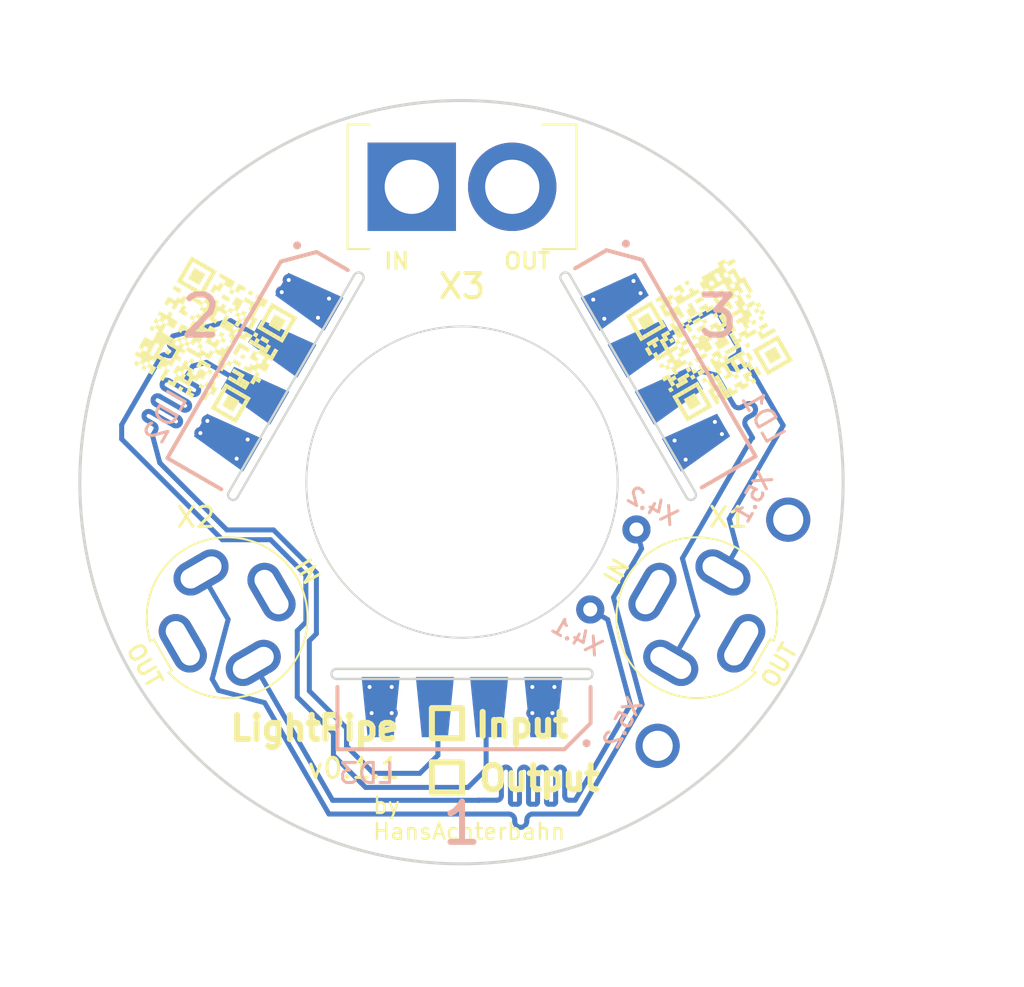
<source format=kicad_pcb>
(kicad_pcb (version 20211014) (generator pcbnew)
  (title_block (title "LightPipe Input/Output PCB") (date "2023-04-07") (rev "v0.1.1") (company "HansAchterbahn"))
  (layers (0 "F.Cu" signal) (1 "In1.Cu" signal) (2 "In2.Cu" signal) (31 "B.Cu" signal) (34 "B.Paste" user) (35 "F.Paste" user) (36 "B.SilkS" user "B.Silkscreen") (37 "F.SilkS" user "F.Silkscreen") (38 "B.Mask" user) (39 "F.Mask" user) (44 "Edge.Cuts" user))
  (net 0 "")
  (net 1 "/clk3")
  (net 2 "/d3")
  (net 3 "GND")
  (net 4 "+5V")
  (net 5 "/clk1")
  (net 6 "/d1")
  (net 7 "/clk2")
  (net 8 "/d2")
  (footprint "h8-Connectors:Lumberg-KLB-4-Jack-3_5-180deg-turnable" (layer "F.Cu") (at 138.691343 96.75 60)
    (fp_text reference "X1" (at 5.109456 -1.150163 180) (layer "F.SilkS"))
    (fp_text value "Lumberg KLB4")
    (pad "R1" thru_hole oval (at 2.6 0 60) (size 1.7 2.9) (drill oval 1 2.2) (layers *.Cu *.Mask) (net 5 "/clk1"))
    (pad "R2" thru_hole oval (at 0 2.55 150) (size 1.7 3.1) (drill oval 1 2.4) (layers *.Cu *.Mask) (net 4 "+5V"))
    (pad "S" thru_hole oval (at 0 -2.55 150) (size 1.7 3.1) (drill oval 1 2.4) (layers *.Cu *.Mask) (net 3 "GND"))
    (pad "T" thru_hole oval (at -2.6 0 60) (size 1.7 2.9) (drill oval 1 2.2) (layers *.Cu *.Mask) (net 6 "/d1"))
  )
  (footprint "h8-Connectors:Lumberg-KLB-4-Jack-3_5-180deg-turnable" (layer "F.Cu") (at 115.308657 96.75 -60)
    (fp_text reference "X2" (at -5.109456 -1.150163) (layer "F.SilkS"))
    (fp_text value "Lumberg KLB4")
    (pad "R1" thru_hole oval (at 2.6 0 300) (size 1.7 2.9) (drill oval 1 2.2) (layers *.Cu *.Mask) (net 1 "/clk3"))
    (pad "R2" thru_hole oval (at 0 2.55 30) (size 1.7 3.1) (drill oval 1 2.4) (layers *.Cu *.Mask) (net 4 "+5V"))
    (pad "S" thru_hole oval (at 0 -2.55 30) (size 1.7 3.1) (drill oval 1 2.4) (layers *.Cu *.Mask) (net 3 "GND"))
    (pad "T" thru_hole oval (at -2.6 0 300) (size 1.7 2.9) (drill oval 1 2.2) (layers *.Cu *.Mask) (net 2 "/d3"))
  )
  (footprint "h8-Connectors:XT30" (layer "F.Cu") (at 127 75.3)
    (fp_text reference "X3" (at 0 4.95) (layer "F.SilkS") (effects (font (size 1.2 1.2) (thickness 0.2))))
    (fp_text value "XT30")
    (pad "1" thru_hole rect locked (at -2.5 0) (size 4.4 4.4) (drill 2.7) (layers *.Cu *.Mask) (net 4 "+5V"))
    (pad "2" thru_hole circle locked (at 2.5 0) (size 4.4 4.4) (drill 2.7) (layers *.Cu *.Mask) (net 3 "GND"))
  )
  (footprint "QR_Lib:QR_ProjecData" (layer "F.Cu") (at 139.297561 82.9 120)
    (fp_text reference "QR1" hide)
    (fp_text value "QR_ProjecData" hide)
  )
  (footprint "MountingHole:MountingHole_2.2mm_M2" (layer "F.Cu") (at 118.7 76.1 180)
    (fp_text reference "M2" hide)
    (fp_text value "2.2mm_M2" hide)
    (pad "" np_thru_hole circle (at 0 0 180) (size 2.2 2.2) (drill 2.2) (layers *.Cu *.Mask))
  )
  (footprint "QR_Lib:QR_WebUrl" (layer "F.Cu") (at 114.702439 82.9 -120)
    (fp_text reference "QR2" hide)
    (fp_text value "QR_WebUrl" hide)
  )
  (footprint "MountingHole:MountingHole_2.2mm_M2" (layer "F.Cu") (at 135.3 76.1 180)
    (fp_text reference "M1" hide)
    (fp_text value "2.2mm_M2" hide)
    (pad "" np_thru_hole circle (at 0 0 180) (size 2.2 2.2) (drill 2.2) (layers *.Cu *.Mask))
  )
  (footprint "h8-Connectors:Solder-Pad-THT-1.5mm" (layer "B.Cu") (at 136.740381 103.129165 60)
    (fp_text reference "X5.2" (at 0.107695 -2.071797 60 unlocked) (layer "B.SilkS") (effects (font (size 0.8 0.8)) (justify mirror)))
    (fp_text value "Cable-1.5mm")
    (pad "1" thru_hole circle (at 0 0) (size 2.2 2.2) (drill 1.5) (layers *.Cu *.Mask) (net 3 "GND") (clearance 0.3))
  )
  (footprint "h8-Connectors:APA102-Strip-Output" (layer "B.Cu") (at 135.487049 85.1 30)
    (fp_text reference "LD1" (at 4.815381 4.685417 300) (layer "B.SilkS") (effects (justify mirror)))
    (fp_text value "APA102")
    (fp_line (start 0 6.25) (end 0 -6.25) (layer "Edge.Cuts") (width 0.12))
    (fp_line (start -0.5 -6.25) (end -0.5 6.25) (layer "Edge.Cuts") (width 0.12))
    (fp_arc (start -0.5 -6.25) (mid -0.25 -6.5) (end 0 -6.25) (layer "Edge.Cuts") (width 0.12))
    (fp_arc (start 0 6.25) (mid -0.25 6.5) (end -0.5 6.25) (layer "Edge.Cuts") (width 0.12))
    (pad "1" connect trapezoid (at 1.4 -4.05 30) (size 3 1.6) (rect_delta 0.3 0) (layers "B.Cu" "B.Mask") (net 4 "+5V"))
    (pad "2" connect trapezoid (at 1.4 -1.35 30) (size 3 1.6) (rect_delta 0.3 0) (layers "B.Cu" "B.Mask") (net 5 "/clk1"))
    (pad "3" connect trapezoid (at 1.4 1.35 30) (size 3 1.6) (rect_delta 0.3 0) (layers "B.Cu" "B.Mask") (net 6 "/d1"))
    (pad "4" connect trapezoid (at 1.4 4.05 30) (size 3 1.6) (rect_delta 0.3 0) (layers "B.Cu" "B.Mask") (net 3 "GND"))
  )
  (footprint "h8-Connectors:Solder-Pad-THT-1.5mm" (layer "B.Cu") (at 143.240381 91.870835 60)
    (fp_text reference "X5.1" (at 0.100481 -2.067632 60 unlocked) (layer "B.SilkS") (effects (font (size 0.8 0.8)) (justify mirror)))
    (fp_text value "Cable-1.5mm")
    (pad "1" thru_hole circle (at 0 0) (size 2.2 2.2) (drill 1.5) (layers *.Cu *.Mask) (net 4 "+5V") (clearance 0.3))
  )
  (footprint "h8-Connectors:APA102-Strip-Output" (layer "B.Cu") (at 127 99.8 -90)
    (fp_text reference "LD3" (at 4.7 4.75 180) (layer "B.SilkS") (effects (justify mirror)))
    (fp_text value "APA102")
    (fp_line (start 0 6.25) (end 0 -6.25) (layer "Edge.Cuts") (width 0.12))
    (fp_line (start -0.5 -6.25) (end -0.5 6.25) (layer "Edge.Cuts") (width 0.12))
    (fp_arc (start 0 6.25) (mid -0.25 6.5) (end -0.5 6.25) (layer "Edge.Cuts") (width 0.12))
    (fp_arc (start -0.5 -6.25) (mid -0.25 -6.5) (end 0 -6.25) (layer "Edge.Cuts") (width 0.12))
    (pad "1" connect trapezoid (at 1.4 -4.05 270) (size 3 1.6) (rect_delta 0.3 0) (layers "B.Cu" "B.Mask") (net 4 "+5V"))
    (pad "2" connect trapezoid (at 1.4 -1.35 270) (size 3 1.6) (rect_delta 0.3 0) (layers "B.Cu" "B.Mask") (net 7 "/clk2"))
    (pad "3" connect trapezoid (at 1.4 1.35 270) (size 3 1.6) (rect_delta 0.3 0) (layers "B.Cu" "B.Mask") (net 8 "/d2"))
    (pad "4" connect trapezoid (at 1.4 4.05 270) (size 3 1.6) (rect_delta 0.3 0) (layers "B.Cu" "B.Mask") (net 3 "GND"))
  )
  (footprint "h8-Connectors:Solder-Pad-THT-0.7mm" (layer "B.Cu") (at 133.384421 96.341858 60)
    (fp_text reference "X4.1" (at -1.5 0.1 -30 unlocked) (layer "B.SilkS") (effects (font (size 0.8 0.8)) (justify mirror)))
    (fp_text value "Cable-0.7mm")
    (pad "1" thru_hole circle (at 0 0 240) (size 1.4 1.4) (drill 0.7) (layers *.Cu *.Mask) (net 1 "/clk3"))
  )
  (footprint "h8-Connectors:Solder-Pad-THT-0.7mm" (layer "B.Cu") (at 135.684421 92.358142 60)
    (fp_text reference "X4.2" (at 1.400001 0.1 -30 unlocked) (layer "B.SilkS") (effects (font (size 0.8 0.8)) (justify mirror)))
    (fp_text value "Cable-0.7mm")
    (pad "1" thru_hole circle (at 0 0 240) (size 1.4 1.4) (drill 0.7) (layers *.Cu *.Mask) (net 2 "/d3"))
  )
  (footprint "h8-Connectors:APA102-Strip-Input" (layer "B.Cu") (at 118.512951 85.1 150)
    (fp_text reference "LD2" (at 4.598875 -4.560417 60) (layer "B.SilkS") (effects (justify mirror)))
    (fp_text value "APA102")
    (fp_line (start -0.5 -6.25) (end -0.5 6.25) (layer "Edge.Cuts") (width 0.12))
    (fp_line (start 0 6.25) (end 0 -6.25) (layer "Edge.Cuts") (width 0.12))
    (fp_arc (start -0.5 -6.25) (mid -0.25 -6.5) (end 0 -6.25) (layer "Edge.Cuts") (width 0.12))
    (fp_arc (start 0 6.25) (mid -0.25 6.5) (end -0.5 6.25) (layer "Edge.Cuts") (width 0.12))
    (pad "1" connect trapezoid (at 1.4 4.05 150) (size 3 1.6) (rect_delta 0.3 0) (layers "B.Cu" "B.Mask") (net 4 "+5V"))
    (pad "2" connect trapezoid (at 1.4 1.35 150) (size 3 1.6) (rect_delta 0.3 0) (layers "B.Cu" "B.Mask") (net 7 "/clk2"))
    (pad "3" connect trapezoid (at 1.4 -1.35 150) (size 3 1.6) (rect_delta 0.3 0) (layers "B.Cu" "B.Mask") (net 8 "/d2"))
    (pad "4" connect trapezoid (at 1.4 -4.05 150) (size 3 1.6) (rect_delta 0.3 0) (layers "B.Cu" "B.Mask") (net 3 "GND"))
  )
  (gr_poly (pts (xy 125.5 101.25) (xy 127 101.25) (xy 127 102.75) (xy 125.5 102.75)) (layer "F.SilkS") (width 0.3) (fill none))
  (gr_poly (pts (xy 125.5 103.949999) (xy 127 103.949999) (xy 127 105.449999) (xy 125.5 105.449999)) (layer "F.SilkS") (width 0.3) (fill none))
  (gr_circle (center 127 90) (end 134.75 90) (layer "Edge.Cuts") (width 0.1) (fill none))
  (gr_circle (center 126.974101 90.004567) (end 145.974101 90.004567) (layer "Edge.Cuts") (width 0.15) (fill none))
  (gr_text "1" (at 127 107) (layer "B.SilkS") (effects (font (size 2 2) (thickness 0.3))))
  (gr_text "3" (at 139.75 81.75) (layer "B.SilkS") (effects (font (size 2 2) (thickness 0.3))))
  (gr_text "2" (at 114 81.75) (layer "B.SilkS") (effects (font (size 2 2) (thickness 0.3))))
  (gr_text "IN" (at 134.707626 94.45 -300) (layer "F.SilkS") (effects (font (size 0.8 0.8))))
  (gr_text "IN" (at 123.75 79.000001) (layer "F.SilkS") (effects (font (size 0.8 0.8))))
  (gr_text "Input" (at 130 102.100001) (layer "F.SilkS") (effects (font (size 1.2 1.2) (thickness 0.3))))
  (gr_text "IN" (at 119.292374 94.45 -60) (layer "F.SilkS") (effects (font (size 0.8 0.8))))
  (gr_text "OUT" (at 111.195036 99.125 -60) (layer "F.SilkS") (effects (font (size 0.8 0.8))))
  (gr_text "OUT" (at 130.250001 79) (layer "F.SilkS") (effects (font (size 0.8 0.8))))
  (gr_text "LightPipe" (at 124 102.25) (layer "F.SilkS") (effects (font (size 1.2 1.2) (thickness 0.3)) (justify right)))
  (gr_text "Output" (at 130.857143 104.75) (layer "F.SilkS") (effects (font (size 1.2 1.2) (thickness 0.3))))
  (gr_text "OUT" (at 142.804964 99.125 -300) (layer "F.SilkS") (effects (font (size 0.8 0.8))))
  (gr_text "${REVISION}\n" (at 124 104.25) (layer "F.SilkS") (effects (font (size 1 1)) (justify right)))
  (gr_text "by\n${COMPANY}" (at 122.5 106.75) (layer "F.SilkS") (effects (font (size 0.8 0.8) (thickness 0.12)) (justify left)))
  (segment (start 120.557953 105.842047) (end 116.608657 99.001666) (width 0.25) (layer "B.Cu") (net 1))
  (segment (start 132.111791 105.611791) (end 132.11179 104.411791) (width 0.25) (layer "B.Cu") (net 1))
  (segment (start 134.250447 96.841858) (end 135.385125 101.076537) (width 0.25) (layer "B.Cu") (net 1))
  (segment (start 131.211792 105.936791) (end 131.211792 105.836791) (width 0.25) (layer "B.Cu") (net 1))
  (segment (start 130.761791 104.411791) (end 130.761791 105.836791) (width 0.25) (layer "B.Cu") (net 1))
  (segment (start 128.104686 105.836791) (end 127.847303 105.836791) (width 0.25) (layer "B.Cu") (net 1))
  (segment (start 131.661791 104.411791) (end 131.661791 105.611791) (width 0.25) (layer "B.Cu") (net 1))
  (segment (start 131.211792 105.836791) (end 131.211791 104.411792) (width 0.25) (layer "B.Cu") (net 1))
  (segment (start 130.311791 105.936791) (end 130.311791 105.836791) (width 0.25) (layer "B.Cu") (net 1))
  (segment (start 127.842047 105.842048) (end 120.557953 105.842047) (width 0.25) (layer "B.Cu") (net 1))
  (segment (start 129.861791 105.836791) (end 129.861791 105.936791) (width 0.25) (layer "B.Cu") (net 1))
  (segment (start 129.761791 106.036791) (end 129.511791 106.036791) (width 0.25) (layer "B.Cu") (net 1))
  (segment (start 127.847303 105.836791) (end 127.842047 105.842048) (width 0.25) (layer "B.Cu") (net 1))
  (segment (start 131.561791 106.036791) (end 131.311791 106.036791) (width 0.25) (layer "B.Cu") (net 1))
  (segment (start 130.311791 105.836791) (end 130.311791 104.411792) (width 0.25) (layer "B.Cu") (net 1))
  (segment (start 129.411791 105.836791) (end 129.411791 104.411791) (width 0.25) (layer "B.Cu") (net 1))
  (segment (start 129.411791 105.936791) (end 129.411791 105.836791) (width 0.25) (layer "B.Cu") (net 1))
  (segment (start 128.961791 104.411792) (end 128.961789 105.611791) (width 0.25) (layer "B.Cu") (net 1))
  (segment (start 135.385125 101.076537) (end 132.636791 105.836791) (width 0.25) (layer "B.Cu") (net 1))
  (segment (start 130.661791 106.036791) (end 130.411791 106.036791) (width 0.25) (layer "B.Cu") (net 1))
  (segment (start 133.384421 96.341858) (end 134.250447 96.841858) (width 0.25) (layer "B.Cu") (net 1))
  (segment (start 130.761791 105.836791) (end 130.761791 105.936791) (width 0.25) (layer "B.Cu") (net 1))
  (segment (start 128.73679 105.836791) (end 128.104686 105.836791) (width 0.25) (layer "B.Cu") (net 1))
  (segment (start 131.661791 105.611791) (end 131.661791 105.936791) (width 0.25) (layer "B.Cu") (net 1))
  (segment (start 129.861791 104.411791) (end 129.861791 105.836791) (width 0.25) (layer "B.Cu") (net 1))
  (segment (start 132.636791 105.836791) (end 132.336791 105.836791) (width 0.25) (layer "B.Cu") (net 1))
  (arc (start 131.886791 104.186791) (mid 131.727692 104.252692) (end 131.661791 104.411791) (width 0.25) (layer "B.Cu") (net 1))
  (arc (start 129.511791 106.036791) (mid 129.44108 106.007502) (end 129.411791 105.936791) (width 0.25) (layer "B.Cu") (net 1))
  (arc (start 129.861791 105.936791) (mid 129.832502 106.007502) (end 129.761791 106.036791) (width 0.25) (layer "B.Cu") (net 1))
  (arc (start 131.311791 106.036791) (mid 131.24108 106.007502) (end 131.211792 105.936791) (width 0.25) (layer "B.Cu") (net 1))
  (arc (start 132.11179 104.411791) (mid 132.04589 104.252692) (end 131.886791 104.186791) (width 0.25) (layer "B.Cu") (net 1))
  (arc (start 130.086791 104.186791) (mid 129.927692 104.252692) (end 129.861791 104.411791) (width 0.25) (layer "B.Cu") (net 1))
  (arc (start 130.986791 104.186791) (mid 130.827693 104.252692) (end 130.761791 104.411791) (width 0.25) (layer "B.Cu") (net 1))
  (arc (start 131.211791 104.411792) (mid 131.14589 104.252692) (end 130.986791 104.186791) (width 0.25) (layer "B.Cu") (net 1))
  (arc (start 132.336791 105.836791) (mid 132.177692 105.77089) (end 132.111791 105.611791) (width 0.25) (layer "B.Cu") (net 1))
  (arc (start 131.661791 105.936791) (mid 131.632502 106.007501) (end 131.561791 106.036791) (width 0.25) (layer "B.Cu") (net 1))
  (arc (start 129.411791 104.411791) (mid 129.34589 104.252692) (end 129.186791 104.186791) (width 0.25) (layer "B.Cu") (net 1))
  (arc (start 128.961789 105.611791) (mid 128.895889 105.77089) (end 128.73679 105.836791) (width 0.25) (layer "B.Cu") (net 1))
  (arc (start 130.761791 105.936791) (mid 130.732503 106.007502) (end 130.661791 106.036791) (width 0.25) (layer "B.Cu") (net 1))
  (arc (start 130.311791 104.411792) (mid 130.24589 104.252692) (end 130.086791 104.186791) (width 0.25) (layer "B.Cu") (net 1))
  (arc (start 130.411791 106.036791) (mid 130.34108 106.007502) (end 130.311791 105.936791) (width 0.25) (layer "B.Cu") (net 1))
  (arc (start 129.186791 104.186791) (mid 129.027692 104.252692) (end 128.961791 104.411792) (width 0.25) (layer "B.Cu") (net 1))
  (segment (start 115.358657 96.836603) (end 114.008657 94.498334) (width 0.25) (layer "B.Cu") (net 2))
  (segment (start 117.175644 100.983717) (end 114.888595 100.370904) (width 0.25) (layer "B.Cu") (net 2))
  (segment (start 135.940639 93.314359) (end 134.540639 95.73923) (width 0.25) (layer "B.Cu") (net 2))
  (segment (start 130.22506 106.82506) (end 130.22506 106.885372) (width 0.25) (layer "B.Cu") (net 2))
  (segment (start 134.540639 95.73923) (end 135.968138 101.06673) (width 0.25) (layer "B.Cu") (net 2))
  (segment (start 120.37494 106.52506) (end 117.175644 100.983717) (width 0.25) (layer "B.Cu") (net 2))
  (segment (start 135.684421 92.358142) (end 135.940639 93.314359) (width 0.25) (layer "B.Cu") (net 2))
  (segment (start 132.856407 106.456407) (end 132.787754 106.52506) (width 0.25) (layer "B.Cu") (net 2))
  (segment (start 129.27506 106.52506) (end 120.37494 106.52506) (width 0.25) (layer "B.Cu") (net 2))
  (segment (start 129.32506 106.52506) (end 129.27506 106.52506) (width 0.25) (layer "B.Cu") (net 2))
  (segment (start 114.888595 100.370904) (end 114.562831 99.806664) (width 0.25) (layer "B.Cu") (net 2))
  (segment (start 135.968138 101.06673) (end 132.856407 106.456407) (width 0.25) (layer "B.Cu") (net 2))
  (segment (start 114.562831 99.806664) (end 115.358657 96.836603) (width 0.25) (layer "B.Cu") (net 2))
  (segment (start 129.62506 106.885372) (end 129.62506 106.825059) (width 0.25) (layer "B.Cu") (net 2))
  (segment (start 132.787754 106.52506) (end 130.525061 106.52506) (width 0.25) (layer "B.Cu") (net 2))
  (arc (start 130.22506 106.885372) (mid 130.137192 107.097504) (end 129.92506 107.185372) (width 0.25) (layer "B.Cu") (net 2))
  (arc (start 129.92506 107.185372) (mid 129.712928 107.097504) (end 129.62506 106.885372) (width 0.25) (layer "B.Cu") (net 2))
  (arc (start 130.525061 106.52506) (mid 130.312928 106.612928) (end 130.22506 106.82506) (width 0.25) (layer "B.Cu") (net 2))
  (arc (start 129.62506 106.825059) (mid 129.537192 106.612928) (end 129.32506 106.52506) (width 0.25) (layer "B.Cu") (net 2))
  (via (at 122.5 101.5) (size 0.6) (drill 0.2) (layers "F.Cu" "B.Cu") (net 3))
  (via (at 139.938715 87.610512) (size 0.6) (drill 0.2) (layers "F.Cu" "B.Cu") (net 3))
  (via (at 138.133459 88.883717) (size 0.6) (drill 0.2) (layers "F.Cu" "B.Cu") (net 3))
  (via (at 113.974682 87.560511) (size 0.6) (drill 0.2) (layers "F.Cu" "B.Cu") (net 3))
  (via (at 123.5 101.5) (size 0.6) (drill 0.2) (layers "F.Cu" "B.Cu") (net 3))
  (via (at 116.329938 87.881089) (size 0.6) (drill 0.2) (layers "F.Cu" "B.Cu") (net 3))
  (via (at 115.779938 88.833717) (size 0.6) (drill 0.2) (layers "F.Cu" "B.Cu") (net 3))
  (via (at 122.4 100.2) (size 0.6) (drill 0.2) (layers "F.Cu" "B.Cu") (net 3))
  (via (at 123.5 100.2) (size 0.6) (drill 0.2) (layers "F.Cu" "B.Cu") (net 3))
  (via (at 114.324682 86.954294) (size 0.6) (drill 0.2) (layers "F.Cu" "B.Cu") (net 3))
  (via (at 139.588715 87.004294) (size 0.6) (drill 0.2) (layers "F.Cu" "B.Cu") (net 3))
  (via (at 137.583459 87.931089) (size 0.6) (drill 0.2) (layers "F.Cu" "B.Cu") (net 3))
  (via (at 118.374682 79.939488) (size 0.6) (drill 0.2) (layers "F.Cu" "B.Cu") (net 4))
  (via (at 131.6 100.2) (size 0.6) (drill 0.2) (layers "F.Cu" "B.Cu") (net 4))
  (via (at 119.829938 81.818911) (size 0.6) (drill 0.2) (layers "F.Cu" "B.Cu") (net 4))
  (via (at 130.5 101.5) (size 0.6) (drill 0.2) (layers "F.Cu" "B.Cu") (net 4))
  (via (at 133.533459 80.916283) (size 0.6) (drill 0.2) (layers "F.Cu" "B.Cu") (net 4))
  (via (at 118.024682 80.545706) (size 0.6) (drill 0.2) (layers "F.Cu" "B.Cu") (net 4))
  (via (at 120.379938 80.866283) (size 0.6) (drill 0.2) (layers "F.Cu" "B.Cu") (net 4))
  (via (at 135.888715 80.595706) (size 0.6) (drill 0.2) (layers "F.Cu" "B.Cu") (net 4))
  (via (at 131.5 101.5) (size 0.6) (drill 0.2) (layers "F.Cu" "B.Cu") (net 4))
  (via (at 134.083459 81.868911) (size 0.6) (drill 0.2) (layers "F.Cu" "B.Cu") (net 4))
  (via (at 135.538715 79.989488) (size 0.6) (drill 0.2) (layers "F.Cu" "B.Cu") (net 4))
  (via (at 130.5 100.2) (size 0.6) (drill 0.2) (layers "F.Cu" "B.Cu") (net 4))
  (segment (start 139.991343 94.498334) (end 140.691343 93.285898) (width 0.25) (layer "B.Cu") (net 5))
  (segment (start 142.989163 87.179818) (end 141.341601 84.32616) (width 0.25) (layer "B.Cu") (net 5))
  (segment (start 140.691343 93.285898) (end 140.302232 91.833718) (width 0.25) (layer "B.Cu") (net 5))
  (segment (start 140.931794 84.216352) (end 140.724358 84.336115) (width 0.25) (layer "B.Cu") (net 5))
  (segment (start 139.390381 81.460771) (end 136.186087 83.31077) (width 0.25) (layer "B.Cu") (net 5))
  (segment (start 140.302232 91.833718) (end 142.989163 87.179818) (width 0.25) (layer "B.Cu") (net 5))
  (segment (start 140.424358 83.8165) (end 140.631794 83.696737) (width 0.25) (layer "B.Cu") (net 5))
  (segment (start 139.741602 81.55488) (end 139.390381 81.460771) (width 0.25) (layer "B.Cu") (net 5))
  (segment (start 140.741601 83.286929) (end 140.716601 83.243628) (width 0.25) (layer "B.Cu") (net 5))
  (segment (start 140.716601 83.243628) (end 139.741602 81.55488) (width 0.25) (layer "B.Cu") (net 5))
  (arc (start 140.724358 84.336115) (mid 140.496712 84.366085) (end 140.31455 84.226308) (width 0.25) (layer "B.Cu") (net 5))
  (arc (start 141.341601 84.32616) (mid 141.159439 84.186382) (end 140.931794 84.216352) (width 0.25) (layer "B.Cu") (net 5))
  (arc (start 140.31455 84.226308) (mid 140.28458 83.998662) (end 140.424358 83.8165) (width 0.25) (layer "B.Cu") (net 5))
  (arc (start 140.631794 83.696737) (mid 140.771571 83.514575) (end 140.741601 83.286929) (width 0.25) (layer "B.Cu") (net 5))
  (segment (start 141.226279 86.784232) (end 141.463633 86.647196) (width 0.25) (layer "B.Cu") (net 6))
  (segment (start 141.226279 86.784234) (end 141.226279 86.784232) (width 0.25) (layer "B.Cu") (net 6))
  (segment (start 140.516472 86.154809) (end 139.666472 84.682566) (width 0.25) (layer "B.Cu") (net 6))
  (segment (start 138.944932 84.48923) (end 137.386087 85.38923) (width 0.25) (layer "B.Cu") (net 6))
  (segment (start 137.97269 93.794744) (end 141.427592 87.810677) (width 0.25) (layer "B.Cu") (net 6))
  (segment (start 141.427592 87.810677) (end 141.466472 87.800259) (width 0.25) (layer "B.Cu") (net 6))
  (segment (start 141.163635 86.12758) (end 141.163634 86.127579) (width 0.25) (layer "B.Cu") (net 6))
  (segment (start 138.741343 96.663397) (end 137.97269 93.794744) (width 0.25) (layer "B.Cu") (net 6))
  (segment (start 141.466472 87.800259) (end 141.116472 87.19404) (width 0.25) (layer "B.Cu") (net 6))
  (segment (start 141.163634 86.127579) (end 140.926278 86.264615) (width 0.25) (layer "B.Cu") (net 6))
  (segment (start 137.391343 99.001666) (end 138.741343 96.663397) (width 0.25) (layer "B.Cu") (net 6))
  (segment (start 141.573442 86.237388) (end 141.573442 86.237388) (width 0.25) (layer "B.Cu") (net 6))
  (segment (start 140.516471 86.154809) (end 140.516472 86.154809) (width 0.25) (layer "B.Cu") (net 6))
  (segment (start 139.666472 84.682566) (end 138.944932 84.48923) (width 0.25) (layer "B.Cu") (net 6))
  (arc (start 141.116472 87.19404) (mid 141.086502 86.966395) (end 141.226279 86.784234) (width 0.25) (layer "B.Cu") (net 6))
  (arc (start 140.926278 86.264615) (mid 140.698632 86.294584) (end 140.516471 86.154809) (width 0.25) (layer "B.Cu") (net 6))
  (arc (start 141.573442 86.237388) (mid 141.39128 86.097609) (end 141.163635 86.12758) (width 0.25) (layer "B.Cu") (net 6))
  (arc (start 141.463633 86.647196) (mid 141.603412 86.465036) (end 141.573442 86.237388) (width 0.25) (layer "B.Cu") (net 6))
  (segment (start 122.2 105.2) (end 127.3 105.2) (width 0.25) (layer "B.Cu") (net 7))
  (segment (start 119.227402 96.972598) (end 118.8 97.4) (width 0.25) (layer "B.Cu") (net 7))
  (segment (start 112.539347 83.296586) (end 112.539367 83.296598) (width 0.25) (layer "B.Cu") (net 7))
  (segment (start 110.056991 87.856991) (end 115.068654 92.868654) (width 0.25) (layer "B.Cu") (net 7))
  (segment (start 111.467171 84.703649) (end 110.056991 87.146152) (width 0.25) (layer "B.Cu") (net 7))
  (segment (start 112.314367 83.686309) (end 112.314347 83.686298) (width 0.25) (layer "B.Cu") (net 7))
  (segment (start 118.8 97.4) (end 118.8 100.7) (width 0.25) (layer "B.Cu") (net 7))
  (segment (start 110.056991 87.146152) (end 110.056991 87.856991) (width 0.25) (layer "B.Cu") (net 7))
  (segment (start 115.475643 81.96077) (end 112.606991 82.729423) (width 0.25) (layer "B.Cu") (net 7))
  (segment (start 115.068654 92.868654) (end 117.468654 92.868654) (width 0.25) (layer "B.Cu") (net 7))
  (segment (start 119.227402 94.627402) (end 119.227402 96.972598) (width 0.25) (layer "B.Cu") (net 7))
  (segment (start 117.468654 92.868654) (end 119.227402 94.627402) (width 0.25) (layer "B.Cu") (net 7))
  (segment (start 117.813913 83.31077) (end 115.475643 81.96077) (width 0.25) (layer "B.Cu") (net 7))
  (segment (start 112.606991 82.729423) (end 112.456991 82.98923) (width 0.25) (layer "B.Cu") (net 7))
  (segment (start 120.6 103.599999) (end 122.2 105.2) (width 0.25) (layer "B.Cu") (net 7))
  (segment (start 128.199999 104.3) (end 128.2 101.3) (width 0.25) (layer "B.Cu") (net 7))
  (segment (start 127.3 105.2) (end 128.199999 104.3) (width 0.25) (layer "B.Cu") (net 7))
  (segment (start 112.006991 83.768653) (end 111.467171 84.703649) (width 0.25) (layer "B.Cu") (net 7))
  (segment (start 120.599999 102.5) (end 120.6 103.599999) (width 0.25) (layer "B.Cu") (net 7))
  (segment (start 118.8 100.7) (end 120.599999 102.5) (width 0.25) (layer "B.Cu") (net 7))
  (arc (start 112.621721 83.603953) (mid 112.485101 83.708787) (end 112.314367 83.686309) (width 0.25) (layer "B.Cu") (net 7))
  (arc (start 112.539367 83.296598) (mid 112.6442 83.433219) (end 112.621721 83.603953) (width 0.25) (layer "B.Cu") (net 7))
  (arc (start 112.314347 83.686298) (mid 112.143612 83.66382) (end 112.006991 83.768653) (width 0.25) (layer "B.Cu") (net 7))
  (arc (start 112.456991 82.98923) (mid 112.434513 83.159964) (end 112.539347 83.296586) (width 0.25) (layer "B.Cu") (net 7))
  (segment (start 119.751942 94.515547) (end 117.618198 92.381802) (width 0.25) (layer "B.Cu") (net 8))
  (segment (start 121.25 102.25) (end 119.4 100.4) (width 0.25) (layer "B.Cu") (net 8))
  (segment (start 112.406459 84.951914) (end 112.980132 85.283124) (width 0.25) (layer "B.Cu") (net 8))
  (segment (start 112.878804 86.783469) (end 112.305133 86.452259) (width 0.25) (layer "B.Cu") (net 8))
  (segment (start 115.294456 92.381802) (end 111.956327 89.043673) (width 0.25) (layer "B.Cu") (net 8))
  (segment (start 119.751942 97.548058) (end 119.751942 94.515547) (width 0.25) (layer "B.Cu") (net 8))
  (segment (start 113.592632 84.222243) (end 114.275643 84.03923) (width 0.25) (layer "B.Cu") (net 8))
  (segment (start 112.530132 86.062547) (end 113.103804 86.393757) (width 0.25) (layer "B.Cu") (net 8))
  (segment (start 111.592632 87.686345) (end 111.742632 87.426537) (width 0.25) (layer "B.Cu") (net 8))
  (segment (start 111.956327 89.043673) (end 111.592632 87.686345) (width 0.25) (layer "B.Cu") (net 8))
  (segment (start 119.4 97.9) (end 119.751942 97.548058) (width 0.25) (layer "B.Cu") (net 8))
  (segment (start 111.506459 86.51076) (end 111.885276 86.72947) (width 0.25) (layer "B.Cu") (net 8))
  (segment (start 117.618198 92.381802) (end 115.294456 92.381802) (width 0.25) (layer "B.Cu") (net 8))
  (segment (start 112.755132 85.672836) (end 112.181459 85.341626) (width 0.25) (layer "B.Cu") (net 8))
  (segment (start 112.980132 85.283124) (end 113.553804 85.614334) (width 0.25) (layer "B.Cu") (net 8))
  (segment (start 114.275643 84.03923) (end 116.613913 85.38923) (width 0.25) (layer "B.Cu") (net 8))
  (segment (start 125.8 101.3) (end 125.8 103.599999) (width 0.25) (layer "B.Cu") (net 8))
  (segment (start 112.305133 86.452259) (end 111.731459 86.121049) (width 0.25) (layer "B.Cu") (net 8))
  (segment (start 111.660276 87.119181) (end 111.281459 86.900471) (width 0.25) (layer "B.Cu") (net 8))
  (segment (start 113.778804 85.224623) (end 113.399987 85.005913) (width 0.25) (layer "B.Cu") (net 8))
  (segment (start 124.9 104.5) (end 122.6 104.5) (width 0.25) (layer "B.Cu") (net 8))
  (segment (start 113.328804 86.004046) (end 112.755132 85.672836) (width 0.25) (layer "B.Cu") (net 8))
  (segment (start 111.956459 85.731337) (end 112.530132 86.062547) (width 0.25) (layer "B.Cu") (net 8))
  (segment (start 113.317632 84.698557) (end 113.592632 84.222243) (width 0.25) (layer "B.Cu") (net 8))
  (segment (start 122.6 104.5) (end 121.25 103.15) (width 0.25) (layer "B.Cu") (net 8))
  (segment (start 121.25 103.15) (end 121.25 102.25) (width 0.25) (layer "B.Cu") (net 8))
  (segment (start 119.4 100.4) (end 119.4 97.9) (width 0.25) (layer "B.Cu") (net 8))
  (segment (start 111.885276 86.72947) (end 112.653804 87.17318) (width 0.25) (layer "B.Cu") (net 8))
  (segment (start 125.8 103.599999) (end 124.9 104.5) (width 0.25) (layer "B.Cu") (net 8))
  (arc (start 111.199103 86.593116) (mid 111.335725 86.488282) (end 111.506459 86.51076) (width 0.25) (layer "B.Cu") (net 8))
  (arc (start 112.653804 87.17318) (mid 112.824538 87.195658) (end 112.96116 87.090824) (width 0.25) (layer "B.Cu") (net 8))
  (arc (start 111.649103 85.813693) (mid 111.785725 85.70886) (end 111.956459 85.731337) (width 0.25) (layer "B.Cu") (net 8))
  (arc (start 113.41116 86.311401) (mid 113.433637 86.140667) (end 113.328804 86.004046) (width 0.25) (layer "B.Cu") (net 8))
  (arc (start 113.103804 86.393757) (mid 113.274538 86.416234) (end 113.41116 86.311401) (width 0.25) (layer "B.Cu") (net 8))
  (arc (start 111.742632 87.426537) (mid 111.765109 87.255803) (end 111.660276 87.119181) (width 0.25) (layer "B.Cu") (net 8))
  (arc (start 112.099103 85.03427) (mid 112.235725 84.929437) (end 112.406459 84.951914) (width 0.25) (layer "B.Cu") (net 8))
  (arc (start 113.553804 85.614334) (mid 113.724538 85.636812) (end 113.86116 85.531979) (width 0.25) (layer "B.Cu") (net 8))
  (arc (start 111.281459 86.900471) (mid 111.176626 86.76385) (end 111.199103 86.593116) (width 0.25) (layer "B.Cu") (net 8))
  (arc (start 113.399987 85.005913) (mid 113.295154 84.869291) (end 113.317632 84.698557) (width 0.25) (layer "B.Cu") (net 8))
  (arc (start 111.731459 86.121049) (mid 111.626626 85.984427) (end 111.649103 85.813693) (width 0.25) (layer "B.Cu") (net 8))
  (arc (start 113.86116 85.531979) (mid 113.883637 85.361244) (end 113.778804 85.224623) (width 0.25) (layer "B.Cu") (net 8))
  (arc (start 112.181459 85.341626) (mid 112.076626 85.205004) (end 112.099103 85.03427) (width 0.25) (layer "B.Cu") (net 8))
  (arc (start 112.96116 87.090824) (mid 112.983637 86.92009) (end 112.878804 86.783469) (width 0.25) (layer "B.Cu") (net 8))
)
</source>
